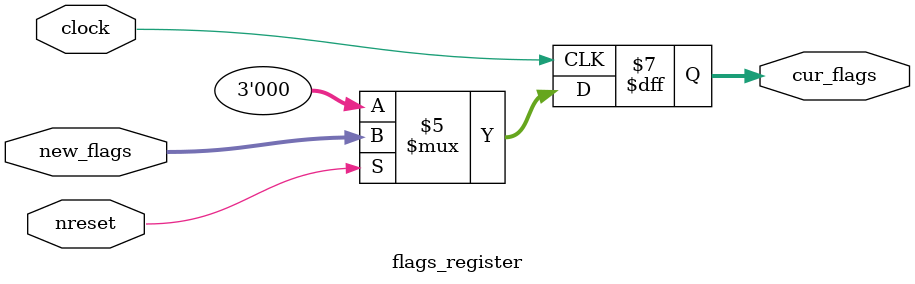
<source format=v>
/*
Module - Flags Register
Author - Zach Walden
Last Changed - 2/1/22, 3/28/22
Description - Register that stores flags generated by the alu in the previous cycle.
Parameters - All Parameters are self explanatory.
*/

module flags_register(
	input clock,
	input nreset,
	input [2:0] new_flags,
	output reg [2:0] cur_flags = 0
);

	always @ (posedge clock)
	begin
		if(nreset == 1'b0)
		begin
			cur_flags <= 0;
		end
		else
		begin
			cur_flags <= new_flags; //This may be the incorrect procedure depending on what type of stall occurs.
		end
	end

/*
// the "macro" to dump signals
`ifdef COCOTB_SIM
initial begin
  $dumpfile ("flags_register.vcd");
  $dumpvars (0, flags_register);
  #1;
end
`endif
*/
endmodule

</source>
